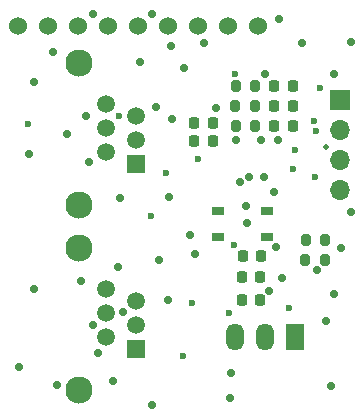
<source format=gts>
G04 #@! TF.GenerationSoftware,KiCad,Pcbnew,8.0.1*
G04 #@! TF.CreationDate,2024-10-15T00:39:43+09:00*
G04 #@! TF.ProjectId,AltBoard2025,416c7442-6f61-4726-9432-3032352e6b69,rev?*
G04 #@! TF.SameCoordinates,Original*
G04 #@! TF.FileFunction,Soldermask,Top*
G04 #@! TF.FilePolarity,Negative*
%FSLAX46Y46*%
G04 Gerber Fmt 4.6, Leading zero omitted, Abs format (unit mm)*
G04 Created by KiCad (PCBNEW 8.0.1) date 2024-10-15 00:39:43*
%MOMM*%
%LPD*%
G01*
G04 APERTURE LIST*
G04 Aperture macros list*
%AMRoundRect*
0 Rectangle with rounded corners*
0 $1 Rounding radius*
0 $2 $3 $4 $5 $6 $7 $8 $9 X,Y pos of 4 corners*
0 Add a 4 corners polygon primitive as box body*
4,1,4,$2,$3,$4,$5,$6,$7,$8,$9,$2,$3,0*
0 Add four circle primitives for the rounded corners*
1,1,$1+$1,$2,$3*
1,1,$1+$1,$4,$5*
1,1,$1+$1,$6,$7*
1,1,$1+$1,$8,$9*
0 Add four rect primitives between the rounded corners*
20,1,$1+$1,$2,$3,$4,$5,0*
20,1,$1+$1,$4,$5,$6,$7,0*
20,1,$1+$1,$6,$7,$8,$9,0*
20,1,$1+$1,$8,$9,$2,$3,0*%
G04 Aperture macros list end*
%ADD10C,1.520000*%
%ADD11R,1.520000X1.520000*%
%ADD12C,2.300000*%
%ADD13R,1.700000X1.700000*%
%ADD14O,1.700000X1.700000*%
%ADD15RoundRect,0.225000X0.225000X0.250000X-0.225000X0.250000X-0.225000X-0.250000X0.225000X-0.250000X0*%
%ADD16RoundRect,0.218750X-0.218750X-0.256250X0.218750X-0.256250X0.218750X0.256250X-0.218750X0.256250X0*%
%ADD17RoundRect,0.225000X-0.225000X-0.250000X0.225000X-0.250000X0.225000X0.250000X-0.225000X0.250000X0*%
%ADD18R,1.500000X2.300000*%
%ADD19O,1.500000X2.300000*%
%ADD20R,1.050000X0.650000*%
%ADD21RoundRect,0.200000X0.200000X0.275000X-0.200000X0.275000X-0.200000X-0.275000X0.200000X-0.275000X0*%
%ADD22RoundRect,0.200000X-0.200000X-0.275000X0.200000X-0.275000X0.200000X0.275000X-0.200000X0.275000X0*%
%ADD23C,1.524000*%
%ADD24C,0.700000*%
%ADD25C,0.600000*%
%ADD26C,0.500000*%
G04 APERTURE END LIST*
D10*
X124600000Y-27700000D03*
X127140000Y-28720000D03*
X124600000Y-29740000D03*
X127140000Y-30760000D03*
X124600000Y-31780000D03*
D11*
X127140000Y-32800000D03*
D12*
X122300000Y-36250000D03*
X122300000Y-24250000D03*
D13*
X144400000Y-27360000D03*
D14*
X144400000Y-29900000D03*
X144400000Y-32440000D03*
X144400000Y-34980000D03*
D15*
X133600000Y-30900000D03*
X132050000Y-30900000D03*
D16*
X138800000Y-27900000D03*
X140375000Y-27900000D03*
D17*
X136150000Y-40600000D03*
X137700000Y-40600000D03*
D18*
X140547000Y-47492500D03*
D19*
X138007000Y-47492500D03*
X135467000Y-47492500D03*
D20*
X138175000Y-38975000D03*
X134025000Y-38975000D03*
X138175000Y-36825000D03*
X134025000Y-36825000D03*
D15*
X137650000Y-44300000D03*
X136100000Y-44300000D03*
D16*
X138812500Y-26200000D03*
X140387500Y-26200000D03*
D17*
X132050000Y-29300000D03*
X133600000Y-29300000D03*
D12*
X122300000Y-39900000D03*
X122300000Y-51900000D03*
D11*
X127140000Y-48450000D03*
D10*
X124600000Y-47430000D03*
X127140000Y-46410000D03*
X124600000Y-45390000D03*
X127140000Y-44370000D03*
X124600000Y-43350000D03*
D21*
X137200000Y-29620000D03*
X135550000Y-29620000D03*
X135550000Y-26210000D03*
X137200000Y-26210000D03*
D22*
X141450000Y-40900000D03*
X143100000Y-40900000D03*
D16*
X138812500Y-29600000D03*
X140387500Y-29600000D03*
D21*
X137187500Y-27900000D03*
X135537500Y-27900000D03*
D22*
X141475000Y-39200000D03*
X143125000Y-39200000D03*
D17*
X136100000Y-42400000D03*
X137650000Y-42400000D03*
D23*
X137420000Y-21100000D03*
X134880000Y-21100000D03*
X132340000Y-21100000D03*
X129800000Y-21100000D03*
X127260000Y-21100000D03*
X124720000Y-21100000D03*
X122180000Y-21100000D03*
X119640000Y-21100000D03*
X117100000Y-21100000D03*
D24*
X127500000Y-24200000D03*
D25*
X125700000Y-28700000D03*
D24*
X138000000Y-25200000D03*
D25*
X118000000Y-29400000D03*
X132400000Y-32400000D03*
D24*
X125800000Y-35700000D03*
D25*
X128400000Y-37200000D03*
D24*
X120400000Y-51500000D03*
D25*
X131900000Y-44600000D03*
D24*
X123900000Y-48800000D03*
X123500000Y-46400000D03*
X136400000Y-36400000D03*
X128500000Y-53200000D03*
X135895014Y-34302493D03*
X118500000Y-43400000D03*
X142404947Y-41742746D03*
X120100000Y-23300000D03*
X136500000Y-37800000D03*
D25*
X140100000Y-45000000D03*
D24*
X145300000Y-22500000D03*
X126000000Y-45300000D03*
X143600000Y-51600000D03*
X131651460Y-38778216D03*
X125200000Y-51200000D03*
X118500000Y-25900000D03*
X135200000Y-50500000D03*
X123500000Y-20100000D03*
D25*
X131100000Y-49100000D03*
D24*
X145300000Y-36900000D03*
X118100000Y-32000000D03*
X133900000Y-28100000D03*
X123100000Y-32600000D03*
X129100000Y-40900000D03*
X122900000Y-28700000D03*
X143200000Y-46100000D03*
X121300000Y-30300000D03*
D25*
X135000000Y-45400000D03*
D24*
X128800000Y-28000000D03*
X125600000Y-41500000D03*
X143900000Y-25200000D03*
X137700000Y-30800000D03*
X135600000Y-30800000D03*
X132100000Y-40400000D03*
X139200000Y-20500000D03*
D25*
X135500000Y-25200000D03*
D24*
X128500000Y-20100000D03*
X135100000Y-52600000D03*
X141200000Y-22600000D03*
X117200000Y-50000000D03*
X143900000Y-43800000D03*
D25*
X135400000Y-39700000D03*
D24*
X129900000Y-35600000D03*
X138930331Y-39869669D03*
X139100000Y-30800000D03*
X138800000Y-35200000D03*
X138350000Y-43600000D03*
X139469425Y-42485354D03*
X137980025Y-33880025D03*
X136700000Y-33900000D03*
D25*
X142700000Y-26400000D03*
D24*
X129800000Y-44300000D03*
X122500000Y-42700000D03*
D25*
X140400000Y-33200000D03*
X140600000Y-31600000D03*
X129700000Y-33600000D03*
X142400000Y-30000000D03*
X142300000Y-33900000D03*
D24*
X144500000Y-39900000D03*
X131200000Y-24700000D03*
X130200000Y-29000000D03*
D25*
X142200000Y-29200000D03*
D26*
X143231672Y-31400000D03*
D24*
X130100000Y-22800000D03*
X132900000Y-22600000D03*
M02*

</source>
